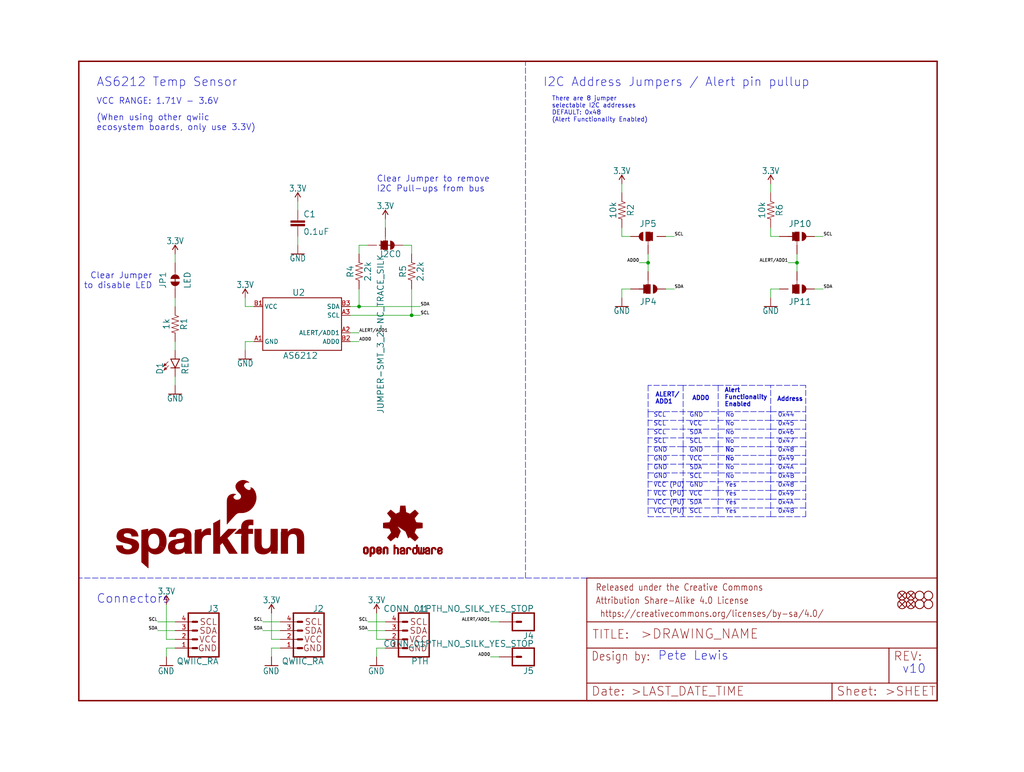
<source format=kicad_sch>
(kicad_sch (version 20211123) (generator eeschema)
  (paper "User" 297.002 223.926)
  (lib_symbols
    (symbol "eagleSchem-eagle-import:0.1UF-0603-25V-(+80{slash}-20%)"
      (property "Reference" "C" (at 1.524 2.921 0))
      (property "Value" "0.1UF-0603-25V-(+80{slash}-20%)" (at 1.524 -2.159 0))
      (symbol "0.1UF-0603-25V-(+80{slash}-20%)_1_0"
        (pin passive line (at 0 5.08 270) (length 2.54) (name "1") (number "1"))
        (pin passive line (at 0 -2.54 90) (length 2.54) (name "2") (number "2"))
      )
    )
    (symbol "eagleSchem-eagle-import:10KOHM-0603-1{slash}10W-1%"
      (property "Reference" "R" (at 0 1.524 0))
      (property "Value" "10KOHM-0603-1{slash}10W-1%" (at 0 -1.524 0))
      (symbol "10KOHM-0603-1{slash}10W-1%_1_0"
        (pin passive line (at -5.08 0 0) (length 2.54) (name "1") (number "1"))
        (pin passive line (at 5.08 0 180) (length 2.54) (name "2") (number "2"))
      )
    )
    (symbol "eagleSchem-eagle-import:1KOHM-0603-1{slash}10W-1%"
      (property "Reference" "R" (at 0 1.524 0))
      (property "Value" "1KOHM-0603-1{slash}10W-1%" (at 0 -1.524 0))
      (symbol "1KOHM-0603-1{slash}10W-1%_1_0"
        (pin passive line (at -5.08 0 0) (length 2.54) (name "1") (number "1"))
        (pin passive line (at 5.08 0 180) (length 2.54) (name "2") (number "2"))
      )
    )
    (symbol "eagleSchem-eagle-import:2.2KOHM-0603-1{slash}10W-1%"
      (property "Reference" "R" (at 0 1.524 0))
      (property "Value" "2.2KOHM-0603-1{slash}10W-1%" (at 0 -1.524 0))
      (symbol "2.2KOHM-0603-1{slash}10W-1%_1_0"
        (pin passive line (at -5.08 0 0) (length 2.54) (name "1") (number "1"))
        (pin passive line (at 5.08 0 180) (length 2.54) (name "2") (number "2"))
      )
    )
    (symbol "eagleSchem-eagle-import:3.3V" (power)
      (property "Value" "3.3V" (at 0 2.794 0))
      (symbol "3.3V_1_0"
        (pin power_in line (at 0 0 90) (length 2.54) (name "3.3V") (number "1"))
      )
    )
    (symbol "eagleSchem-eagle-import:AS6212WLCSP"
      (property "Reference" "U" (at 0.254 8.128 0))
      (property "Value" "AS6212WLCSP" (at 0.762 -8.128 0))
      (symbol "AS6212WLCSP_1_0"
        (pin bidirectional line (at -12.7 -5.08 0) (length 2.54) (name "GND") (number "A1"))
        (pin bidirectional line (at 15.24 -2.54 180) (length 2.54) (name "ALERT/ADD1") (number "A2"))
        (pin bidirectional line (at 15.24 2.54 180) (length 2.54) (name "SCL") (number "A3"))
        (pin bidirectional line (at -12.7 5.08 0) (length 2.54) (name "VCC") (number "B1"))
        (pin bidirectional line (at 15.24 -5.08 180) (length 2.54) (name "ADD0") (number "B2"))
        (pin bidirectional line (at 15.24 5.08 180) (length 2.54) (name "SDA") (number "B3"))
      )
    )
    (symbol "eagleSchem-eagle-import:CONN_01PTH_NO_SILK_YES_STOP"
      (property "Reference" "J" (at -2.54 3.048 0))
      (property "Value" "CONN_01PTH_NO_SILK_YES_STOP" (at -2.54 -4.826 0))
      (symbol "CONN_01PTH_NO_SILK_YES_STOP_1_0"
        (pin passive line (at 7.62 0 180) (length 5.08) (name "1") (number "1"))
      )
    )
    (symbol "eagleSchem-eagle-import:FIDUCIALUFIDUCIAL")
    (symbol "eagleSchem-eagle-import:FRAME-LETTER"
      (symbol "FRAME-LETTER_2_0"
        (text " https://creativecommons.org/licenses/by-sa/4.0/" (at 2.54 24.13 0) (effects (font (size 1.9304 1.6408)) (justify left bottom)))
        (text ">DRAWING_NAME" (at 15.494 17.78 0) (effects (font (size 2.7432 2.7432)) (justify left bottom)))
        (text ">LAST_DATE_TIME" (at 12.7 1.27 0) (effects (font (size 2.54 2.54)) (justify left bottom)))
        (text ">SHEET" (at 86.36 1.27 0) (effects (font (size 2.54 2.54)) (justify left bottom)))
        (text "Attribution Share-Alike 4.0 License" (at 2.54 27.94 0) (effects (font (size 1.9304 1.6408)) (justify left bottom)))
        (text "Date:" (at 1.27 1.27 0) (effects (font (size 2.54 2.54)) (justify left bottom)))
        (text "Design by:" (at 1.27 11.43 0) (effects (font (size 2.54 2.159)) (justify left bottom)))
        (text "Released under the Creative Commons" (at 2.54 31.75 0) (effects (font (size 1.9304 1.6408)) (justify left bottom)))
        (text "REV:" (at 88.9 11.43 0) (effects (font (size 2.54 2.54)) (justify left bottom)))
        (text "Sheet:" (at 72.39 1.27 0) (effects (font (size 2.54 2.54)) (justify left bottom)))
        (text "TITLE:" (at 1.524 17.78 0) (effects (font (size 2.54 2.54)) (justify left bottom)))
      )
    )
    (symbol "eagleSchem-eagle-import:GND" (power)
      (property "Value" "GND" (at 0 -0.254 0))
      (symbol "GND_1_0"
        (pin power_in line (at 0 2.54 270) (length 2.54) (name "GND") (number "1"))
      )
    )
    (symbol "eagleSchem-eagle-import:I2C_STANDARD_NO_SILK"
      (property "Reference" "J" (at -5.08 7.874 0))
      (property "Value" "I2C_STANDARD_NO_SILK" (at -5.08 -5.334 0))
      (symbol "I2C_STANDARD_NO_SILK_1_0"
        (text "GND" (at -4.572 -2.54 0) (effects (font (size 1.778 1.778)) (justify left)))
        (text "SCL" (at -4.572 5.08 0) (effects (font (size 1.778 1.778)) (justify left)))
        (text "SDA" (at -4.572 2.54 0) (effects (font (size 1.778 1.778)) (justify left)))
        (text "VCC" (at -4.572 0 0) (effects (font (size 1.778 1.778)) (justify left)))
        (pin power_in line (at 7.62 -2.54 180) (length 5.08) (name "1") (number "1"))
        (pin power_in line (at 7.62 0 180) (length 5.08) (name "2") (number "2"))
        (pin passive line (at 7.62 2.54 180) (length 5.08) (name "3") (number "3"))
        (pin passive line (at 7.62 5.08 180) (length 5.08) (name "4") (number "4"))
      )
    )
    (symbol "eagleSchem-eagle-import:JUMPER-SMT_2_NC_TRACE_SILK"
      (property "Reference" "JP" (at -2.54 2.54 0))
      (property "Value" "JUMPER-SMT_2_NC_TRACE_SILK" (at -2.54 -2.54 0))
      (symbol "JUMPER-SMT_2_NC_TRACE_SILK_1_0"
        (pin passive line (at -5.08 0 0) (length 2.54) (name "1") (number "1"))
        (pin passive line (at 5.08 0 180) (length 2.54) (name "2") (number "2"))
      )
    )
    (symbol "eagleSchem-eagle-import:JUMPER-SMT_3_1-NC_TRACE_NO-SILK"
      (property "Reference" "JP" (at 2.54 0.381 0))
      (property "Value" "JUMPER-SMT_3_1-NC_TRACE_NO-SILK" (at 2.54 -0.381 0))
      (symbol "JUMPER-SMT_3_1-NC_TRACE_NO-SILK_1_0"
        (pin passive line (at 0 5.08 270) (length 2.54) (name "1") (number "1"))
        (pin passive line (at -5.08 0 0) (length 2.54) (name "2") (number "2"))
        (pin passive line (at 0 -5.08 90) (length 2.54) (name "3") (number "3"))
      )
    )
    (symbol "eagleSchem-eagle-import:JUMPER-SMT_3_2-NC_TRACE_SILK"
      (property "Reference" "JP" (at 2.54 0.381 0))
      (property "Value" "JUMPER-SMT_3_2-NC_TRACE_SILK" (at 2.54 -0.381 0))
      (symbol "JUMPER-SMT_3_2-NC_TRACE_SILK_1_0"
        (pin passive line (at 0 5.08 270) (length 2.54) (name "1") (number "1"))
        (pin passive line (at -5.08 0 0) (length 2.54) (name "2") (number "2"))
        (pin passive line (at 0 -5.08 90) (length 2.54) (name "3") (number "3"))
      )
    )
    (symbol "eagleSchem-eagle-import:JUMPER-SMT_3_NO_NO_SILK"
      (property "Reference" "JP" (at 2.54 0.381 0))
      (property "Value" "JUMPER-SMT_3_NO_NO_SILK" (at 2.54 -0.381 0))
      (symbol "JUMPER-SMT_3_NO_NO_SILK_1_0"
        (pin passive line (at 0 5.08 270) (length 2.54) (name "1") (number "1"))
        (pin passive line (at -5.08 0 0) (length 2.54) (name "2") (number "2"))
        (pin passive line (at 0 -5.08 90) (length 2.54) (name "3") (number "3"))
      )
    )
    (symbol "eagleSchem-eagle-import:LED-RED0603"
      (property "Reference" "D" (at -3.429 -4.572 90))
      (property "Value" "LED-RED0603" (at 1.905 -4.572 90))
      (symbol "LED-RED0603_1_0"
        (pin passive line (at 0 2.54 270) (length 2.54) (name "A") (number "A"))
        (pin passive line (at 0 -5.08 90) (length 2.54) (name "C") (number "C"))
      )
    )
    (symbol "eagleSchem-eagle-import:OSHW-LOGOMINI")
    (symbol "eagleSchem-eagle-import:QWIIC_CONNECTORJS-1MM"
      (property "Reference" "J" (at -5.08 7.874 0))
      (property "Value" "QWIIC_CONNECTORJS-1MM" (at -5.08 -5.334 0))
      (symbol "QWIIC_CONNECTORJS-1MM_1_0"
        (text "GND" (at -4.572 -2.54 0) (effects (font (size 1.778 1.778)) (justify left)))
        (text "SCL" (at -4.572 5.08 0) (effects (font (size 1.778 1.778)) (justify left)))
        (text "SDA" (at -4.572 2.54 0) (effects (font (size 1.778 1.778)) (justify left)))
        (text "VCC" (at -4.572 0 0) (effects (font (size 1.778 1.778)) (justify left)))
        (pin power_in line (at 7.62 -2.54 180) (length 5.08) (name "1") (number "1"))
        (pin power_in line (at 7.62 0 180) (length 5.08) (name "2") (number "2"))
        (pin passive line (at 7.62 2.54 180) (length 5.08) (name "3") (number "3"))
        (pin passive line (at 7.62 5.08 180) (length 5.08) (name "4") (number "4"))
      )
    )
    (symbol "eagleSchem-eagle-import:SFE_LOGO_NAME_FLAME.1_INCH")
    (symbol "eagleSchem-eagle-import:STAND-OFF")
  )
  (junction (at 231.14 76.2))
  (junction (at 187.96 76.2))
  (junction (at 119.38 91.44))
  (junction (at 104.14 88.9))
  (polyline (pts (xy 208.28 144.78) (xy 223.52 144.78)))
  (wire (pts (xy 104.14 88.9) (xy 101.6 88.9)))
  (polyline (pts (xy 208.28 111.76) (xy 198.12 111.76)))
  (polyline (pts (xy 187.96 147.32) (xy 187.96 149.86)))
  (polyline (pts (xy 223.52 124.46) (xy 223.52 121.92)))
  (wire (pts (xy 111.76 180.34) (xy 106.68 180.34)))
  (polyline (pts (xy 198.12 111.76) (xy 198.12 129.54)))
  (polyline (pts (xy 223.52 139.7) (xy 223.52 137.16)))
  (polyline (pts (xy 198.12 129.54) (xy 198.12 142.24)))
  (wire (pts (xy 101.6 99.06) (xy 104.14 99.06)))
  (wire (pts (xy 78.74 190.5) (xy 78.74 187.96)))
  (wire (pts (xy 50.8 99.06) (xy 50.8 101.6)))
  (wire (pts (xy 78.74 177.8) (xy 78.74 185.42)))
  (wire (pts (xy 45.72 180.34) (xy 50.8 180.34)))
  (polyline (pts (xy 187.96 134.62) (xy 187.96 137.16)))
  (wire (pts (xy 111.76 66.04) (xy 111.76 63.5)))
  (polyline (pts (xy 233.68 124.46) (xy 233.68 121.92)))
  (polyline (pts (xy 223.52 137.16) (xy 223.52 134.62)))
  (wire (pts (xy 193.04 68.58) (xy 195.58 68.58)))
  (polyline (pts (xy 187.96 137.16) (xy 223.52 137.16)))
  (wire (pts (xy 48.26 187.96) (xy 50.8 187.96)))
  (polyline (pts (xy 233.68 129.54) (xy 233.68 127)))
  (polyline (pts (xy 223.52 147.32) (xy 223.52 144.78)))
  (polyline (pts (xy 187.96 129.54) (xy 187.96 132.08)))
  (polyline (pts (xy 223.52 139.7) (xy 187.96 139.7)))
  (wire (pts (xy 109.22 185.42) (xy 111.76 185.42)))
  (polyline (pts (xy 223.52 127) (xy 187.96 127)))
  (polyline (pts (xy 223.52 121.92) (xy 223.52 119.38)))
  (polyline (pts (xy 233.68 147.32) (xy 223.52 147.32)))
  (polyline (pts (xy 187.96 121.92) (xy 187.96 124.46)))
  (wire (pts (xy 50.8 182.88) (xy 45.72 182.88)))
  (wire (pts (xy 109.22 187.96) (xy 111.76 187.96)))
  (wire (pts (xy 48.26 175.26) (xy 48.26 185.42)))
  (polyline (pts (xy 223.52 124.46) (xy 233.68 124.46)))
  (polyline (pts (xy 223.52 137.16) (xy 233.68 137.16)))
  (polyline (pts (xy 187.96 149.86) (xy 223.52 149.86)))
  (polyline (pts (xy 233.68 127) (xy 223.52 127)))
  (polyline (pts (xy 208.28 144.78) (xy 208.28 147.32)))
  (polyline (pts (xy 233.68 129.54) (xy 223.52 129.54)))
  (polyline (pts (xy 233.68 147.32) (xy 233.68 144.78)))
  (wire (pts (xy 48.26 190.5) (xy 48.26 187.96)))
  (polyline (pts (xy 223.52 142.24) (xy 223.52 139.7)))
  (polyline (pts (xy 198.12 142.24) (xy 198.12 149.86)))
  (polyline (pts (xy 208.28 129.54) (xy 198.12 129.54)))
  (polyline (pts (xy 223.52 132.08) (xy 223.52 129.54)))
  (wire (pts (xy 144.78 190.5) (xy 142.24 190.5)))
  (polyline (pts (xy 187.96 139.7) (xy 187.96 142.24)))
  (wire (pts (xy 78.74 187.96) (xy 81.28 187.96)))
  (polyline (pts (xy 223.52 144.78) (xy 233.68 144.78)))
  (polyline (pts (xy 233.68 134.62) (xy 223.52 134.62)))
  (wire (pts (xy 182.88 83.82) (xy 180.34 83.82)))
  (wire (pts (xy 223.52 83.82) (xy 223.52 86.36)))
  (polyline (pts (xy 233.68 119.38) (xy 233.68 111.76)))
  (wire (pts (xy 144.78 180.34) (xy 142.24 180.34)))
  (wire (pts (xy 231.14 78.74) (xy 231.14 76.2)))
  (polyline (pts (xy 233.68 139.7) (xy 223.52 139.7)))
  (polyline (pts (xy 223.52 132.08) (xy 233.68 132.08)))
  (wire (pts (xy 119.38 73.66) (xy 119.38 71.12)))
  (wire (pts (xy 106.68 182.88) (xy 111.76 182.88)))
  (polyline (pts (xy 223.52 134.62) (xy 223.52 132.08)))
  (polyline (pts (xy 223.52 129.54) (xy 223.52 127)))
  (wire (pts (xy 180.34 83.82) (xy 180.34 86.36)))
  (polyline (pts (xy 187.96 132.08) (xy 187.96 134.62)))
  (polyline (pts (xy 187.96 144.78) (xy 187.96 147.32)))
  (polyline (pts (xy 233.68 144.78) (xy 233.68 142.24)))
  (polyline (pts (xy 208.28 142.24) (xy 198.12 142.24)))
  (wire (pts (xy 109.22 177.8) (xy 109.22 185.42)))
  (polyline (pts (xy 223.52 127) (xy 223.52 124.46)))
  (polyline (pts (xy 187.96 124.46) (xy 187.96 127)))
  (polyline (pts (xy 208.28 147.32) (xy 208.28 149.86)))
  (wire (pts (xy 48.26 185.42) (xy 50.8 185.42)))
  (wire (pts (xy 119.38 91.44) (xy 101.6 91.44)))
  (polyline (pts (xy 187.96 132.08) (xy 223.52 132.08)))
  (wire (pts (xy 193.04 83.82) (xy 195.58 83.82)))
  (polyline (pts (xy 233.68 121.92) (xy 223.52 121.92)))
  (wire (pts (xy 236.22 83.82) (xy 238.76 83.82)))
  (polyline (pts (xy 223.52 111.76) (xy 208.28 111.76)))
  (polyline (pts (xy 223.52 142.24) (xy 233.68 142.24)))
  (wire (pts (xy 71.12 101.6) (xy 71.12 99.06)))
  (wire (pts (xy 231.14 76.2) (xy 228.6 76.2)))
  (wire (pts (xy 76.2 180.34) (xy 81.28 180.34)))
  (wire (pts (xy 78.74 185.42) (xy 81.28 185.42)))
  (wire (pts (xy 223.52 53.34) (xy 223.52 55.88)))
  (polyline (pts (xy 233.68 132.08) (xy 233.68 129.54)))
  (polyline (pts (xy 187.96 124.46) (xy 223.52 124.46)))
  (wire (pts (xy 119.38 91.44) (xy 119.38 83.82)))
  (wire (pts (xy 86.36 68.58) (xy 86.36 71.12)))
  (wire (pts (xy 121.92 91.44) (xy 119.38 91.44)))
  (polyline (pts (xy 233.68 134.62) (xy 233.68 132.08)))
  (polyline (pts (xy 198.12 129.54) (xy 187.96 129.54)))
  (polyline (pts (xy 152.4 167.64) (xy 152.4 17.78)))
  (polyline (pts (xy 187.96 142.24) (xy 187.96 144.78)))
  (wire (pts (xy 71.12 88.9) (xy 73.66 88.9)))
  (wire (pts (xy 86.36 60.96) (xy 86.36 58.42)))
  (polyline (pts (xy 208.28 129.54) (xy 208.28 142.24)))
  (polyline (pts (xy 208.28 142.24) (xy 223.52 142.24)))
  (polyline (pts (xy 223.52 144.78) (xy 223.52 142.24)))
  (polyline (pts (xy 208.28 147.32) (xy 187.96 147.32)))
  (wire (pts (xy 50.8 86.36) (xy 50.8 88.9)))
  (polyline (pts (xy 233.68 111.76) (xy 223.52 111.76)))
  (wire (pts (xy 50.8 109.22) (xy 50.8 111.76)))
  (wire (pts (xy 187.96 76.2) (xy 187.96 78.74)))
  (polyline (pts (xy 198.12 111.76) (xy 187.96 111.76)))
  (wire (pts (xy 50.8 73.66) (xy 50.8 76.2)))
  (polyline (pts (xy 223.52 134.62) (xy 187.96 134.62)))
  (polyline (pts (xy 223.52 149.86) (xy 233.68 149.86)))
  (wire (pts (xy 71.12 99.06) (xy 73.66 99.06)))
  (polyline (pts (xy 170.18 167.64) (xy 22.86 167.64)))
  (wire (pts (xy 71.12 86.36) (xy 71.12 88.9)))
  (wire (pts (xy 104.14 73.66) (xy 104.14 71.12)))
  (wire (pts (xy 180.34 53.34) (xy 180.34 55.88)))
  (polyline (pts (xy 233.68 149.86) (xy 233.68 147.32)))
  (wire (pts (xy 104.14 88.9) (xy 104.14 83.82)))
  (polyline (pts (xy 187.96 137.16) (xy 187.96 139.7)))
  (polyline (pts (xy 223.52 121.92) (xy 187.96 121.92)))
  (polyline (pts (xy 223.52 119.38) (xy 223.52 111.76)))
  (polyline (pts (xy 198.12 142.24) (xy 187.96 142.24)))
  (polyline (pts (xy 187.96 111.76) (xy 187.96 119.38)))
  (polyline (pts (xy 208.28 111.76) (xy 208.28 129.54)))
  (wire (pts (xy 187.96 73.66) (xy 187.96 76.2)))
  (polyline (pts (xy 223.52 149.86) (xy 223.52 147.32)))
  (polyline (pts (xy 233.68 127) (xy 233.68 124.46)))
  (wire (pts (xy 226.06 68.58) (xy 223.52 68.58)))
  (wire (pts (xy 104.14 71.12) (xy 106.68 71.12)))
  (wire (pts (xy 226.06 83.82) (xy 223.52 83.82)))
  (polyline (pts (xy 187.96 127) (xy 187.96 129.54)))
  (polyline (pts (xy 223.52 119.38) (xy 233.68 119.38)))
  (wire (pts (xy 121.92 88.9) (xy 104.14 88.9)))
  (wire (pts (xy 180.34 68.58) (xy 180.34 66.04)))
  (polyline (pts (xy 233.68 121.92) (xy 233.68 119.38)))
  (polyline (pts (xy 233.68 137.16) (xy 233.68 134.62)))
  (wire (pts (xy 231.14 76.2) (xy 231.14 73.66)))
  (wire (pts (xy 182.88 68.58) (xy 180.34 68.58)))
  (wire (pts (xy 101.6 96.52) (xy 104.14 96.52)))
  (polyline (pts (xy 233.68 139.7) (xy 233.68 137.16)))
  (wire (pts (xy 223.52 68.58) (xy 223.52 66.04)))
  (polyline (pts (xy 223.52 129.54) (xy 208.28 129.54)))
  (polyline (pts (xy 187.96 119.38) (xy 187.96 121.92)))
  (polyline (pts (xy 223.52 147.32) (xy 208.28 147.32)))
  (wire (pts (xy 116.84 71.12) (xy 119.38 71.12)))
  (polyline (pts (xy 187.96 119.38) (xy 223.52 119.38)))
  (polyline (pts (xy 233.68 142.24) (xy 233.68 139.7)))
  (polyline (pts (xy 208.28 142.24) (xy 208.28 144.78)))
  (wire (pts (xy 187.96 76.2) (xy 185.42 76.2)))
  (wire (pts (xy 76.2 182.88) (xy 81.28 182.88)))
  (polyline (pts (xy 187.96 144.78) (xy 208.28 144.78)))
  (wire (pts (xy 109.22 190.5) (xy 109.22 187.96)))
  (wire (pts (xy 236.22 68.58) (xy 238.76 68.58)))
  (text "GND" (at 199.898 141.478 180) (effects (font (size 1.27 1.27)) (justify left bottom)))
  (text "GND" (at 199.898 121.158 180) (effects (font (size 1.27 1.27)) (justify left bottom)))
  (text "SCL" (at 189.484 126.238 180) (effects (font (size 1.27 1.27)) (justify left bottom)))
  (text "Alert\nFunctionality\nEnabled" (at 210.058 118.11 180) (effects (font (size 1.27 1.27) (thickness 0.254) bold) (justify left bottom)))
  (text "0x49" (at 225.552 144.018 180) (effects (font (size 1.27 1.27)) (justify left bottom)))
  (text "Yes" (at 210.312 146.558 180) (effects (font (size 1.27 1.27)) (justify left bottom)))
  (text "0x4B" (at 225.552 149.098 180) (effects (font (size 1.27 1.27)) (justify left bottom)))
  (text "0x46" (at 225.552 126.238 180) (effects (font (size 1.27 1.27)) (justify left bottom)))
  (text "GND" (at 189.484 131.318 180) (effects (font (size 1.27 1.27)) (justify left bottom)))
  (text "Yes" (at 210.312 149.098 180) (effects (font (size 1.27 1.27)) (justify left bottom)))
  (text "Clear Jumper to remove\nI2C Pull-ups from bus" (at 109.22 55.88 180) (effects (font (size 1.778 1.778)) (justify left bottom)))
  (text "No" (at 210.312 123.698 180) (effects (font (size 1.27 1.27)) (justify left bottom)))
  (text "GND" (at 189.484 138.938 180) (effects (font (size 1.27 1.27)) (justify left bottom)))
  (text "There are 8 jumper\nselectable I2C addresses\nDEFAULT: 0x48\n(Alert Functionality Enabled)" (at 160.02 35.56 0) (effects (font (size 1.27 1.27)) (justify left bottom)))
  (text "No" (at 210.312 131.318 180) (effects (font (size 1.27 1.27)) (justify left bottom)))
  (text "VCC" (at 199.898 144.018 180) (effects (font (size 1.27 1.27)) (justify left bottom)))
  (text "No" (at 210.312 128.778 180) (effects (font (size 1.27 1.27)) (justify left bottom)))
  (text "(When using other qwiic\necosystem boards, only use 3.3V)" (at 27.94 38.1 0) (effects (font (size 1.778 1.778)) (justify left bottom)))
  (text "SCL" (at 199.898 138.938 180) (effects (font (size 1.27 1.27)) (justify left bottom)))
  (text "No" (at 210.312 126.238 180) (effects (font (size 1.27 1.27)) (justify left bottom)))
  (text "0x4A" (at 225.552 146.558 180) (effects (font (size 1.27 1.27)) (justify left bottom)))
  (text "SDA" (at 199.898 126.238 180) (effects (font (size 1.27 1.27)) (justify left bottom)))
  (text "SCL" (at 189.484 128.778 180) (effects (font (size 1.27 1.27)) (justify left bottom)))
  (text "0x45" (at 225.552 123.698 180) (effects (font (size 1.27 1.27)) (justify left bottom)))
  (text "GND" (at 189.484 136.398 180) (effects (font (size 1.27 1.27)) (justify left bottom)))
  (text "VCC" (at 199.898 133.858 180) (effects (font (size 1.27 1.27)) (justify left bottom)))
  (text "SCL" (at 199.898 128.778 180) (effects (font (size 1.27 1.27)) (justify left bottom)))
  (text "No" (at 210.312 133.858 180) (effects (font (size 1.27 1.27)) (justify left bottom)))
  (text "Connectors" (at 27.94 175.26 180) (effects (font (size 2.54 2.54)) (justify left bottom)))
  (text "VCC (PU)" (at 189.484 144.018 180) (effects (font (size 1.27 1.27)) (justify left bottom)))
  (text "No" (at 210.312 133.858 180) (effects (font (size 1.27 1.27)) (justify left bottom)))
  (text "VCC (PU)" (at 189.484 141.478 180) (effects (font (size 1.27 1.27)) (justify left bottom)))
  (text "0x47" (at 225.552 128.778 180) (effects (font (size 1.27 1.27)) (justify left bottom)))
  (text "SCL" (at 189.484 123.698 180) (effects (font (size 1.27 1.27)) (justify left bottom)))
  (text "SCL" (at 189.484 121.158 180) (effects (font (size 1.27 1.27)) (justify left bottom)))
  (text "AS6212 Temp Sensor" (at 27.94 25.4 180) (effects (font (size 2.54 2.54)) (justify left bottom)))
  (text "0x44" (at 225.552 121.158 180) (effects (font (size 1.27 1.27)) (justify left bottom)))
  (text "SCL" (at 199.898 149.098 180) (effects (font (size 1.27 1.27)) (justify left bottom)))
  (text "VCC" (at 199.898 123.698 180) (effects (font (size 1.27 1.27)) (justify left bottom)))
  (text "SDA" (at 199.898 146.558 180) (effects (font (size 1.27 1.27)) (justify left bottom)))
  (text "No" (at 210.312 121.158 180) (effects (font (size 1.27 1.27)) (justify left bottom)))
  (text "VCC RANGE: 1.71V - 3.6V" (at 27.94 30.48 180) (effects (font (size 1.778 1.778)) (justify left bottom)))
  (text "0x4B" (at 225.552 138.938 180) (effects (font (size 1.27 1.27)) (justify left bottom)))
  (text "GND" (at 189.484 133.858 180) (effects (font (size 1.27 1.27)) (justify left bottom)))
  (text "ADD0" (at 200.66 116.332 180) (effects (font (size 1.27 1.27) (thickness 0.254) bold) (justify left bottom)))
  (text "I2C Address Jumpers / Alert pin pullup" (at 157.48 25.4 180) (effects (font (size 2.54 2.54)) (justify left bottom)))
  (text "GND" (at 199.898 131.318 180) (effects (font (size 1.27 1.27)) (justify left bottom)))
  (text "0x48" (at 225.552 141.478 180) (effects (font (size 1.27 1.27)) (justify left bottom)))
  (text "Yes" (at 210.312 141.478 180) (effects (font (size 1.27 1.27)) (justify left bottom)))
  (text "Clear Jumper\nto disable LED" (at 44.196 78.994 180) (effects (font (size 1.778 1.778)) (justify right top)))
  (text "0x48" (at 225.552 131.318 180) (effects (font (size 1.27 1.27)) (justify left bottom)))
  (text "VCC (PU)" (at 189.484 146.558 180) (effects (font (size 1.27 1.27)) (justify left bottom)))
  (text "0x4A" (at 225.552 136.398 180) (effects (font (size 1.27 1.27)) (justify left bottom)))
  (text "0x49" (at 225.552 133.858 180) (effects (font (size 1.27 1.27)) (justify left bottom)))
  (text "Address" (at 225.298 116.586 180) (effects (font (size 1.27 1.27) (thickness 0.254) bold) (justify left bottom)))
  (text "ALERT/\nADD1" (at 189.992 117.348 180) (effects (font (size 1.27 1.27) (thickness 0.254) bold) (justify left bottom)))
  (text "No" (at 210.312 136.398 180) (effects (font (size 1.27 1.27)) (justify left bottom)))
  (text "SDA" (at 199.898 136.398 180) (effects (font (size 1.27 1.27)) (justify left bottom)))
  (text "Pete Lewis" (at 190.754 191.77 180) (effects (font (size 2.54 2.54)) (justify left bottom)))
  (text "v10" (at 261.62 195.58 180) (effects (font (size 2.54 2.54)) (justify left bottom)))
  (text "No" (at 210.312 138.938 180) (effects (font (size 1.27 1.27)) (justify left bottom)))
  (text "No" (at 210.312 131.318 180) (effects (font (size 1.27 1.27)) (justify left bottom)))
  (text "VCC (PU)" (at 189.484 149.098 180) (effects (font (size 1.27 1.27)) (justify left bottom)))
  (text "Yes" (at 210.312 144.018 180) (effects (font (size 1.27 1.27)) (justify left bottom)))
  (label "SCL" (at 45.72 180.34 180) (effects (font (size 0.889 0.889))))
  (label "SDA" (at 106.68 182.88 180) (effects (font (size 0.889 0.889))))
  (label "SCL" (at 238.76 68.58 0) (effects (font (size 0.889 0.889))))
  (label "ALERT/ADD1" (at 228.6 76.2 180) (effects (font (size 0.889 0.889))))
  (label "ALERT/ADD1" (at 104.14 96.52 0) (effects (font (size 0.889 0.889))))
  (label "SCL" (at 106.68 180.34 180) (effects (font (size 0.889 0.889))))
  (label "ADD0" (at 142.24 190.5 180) (effects (font (size 0.889 0.889))))
  (label "ADD0" (at 104.14 99.06 0) (effects (font (size 0.889 0.889))))
  (label "SDA" (at 121.92 88.9 0) (effects (font (size 0.889 0.889))))
  (label "SCL" (at 195.58 68.58 0) (effects (font (size 0.889 0.889))))
  (label "SDA" (at 195.58 83.82 0) (effects (font (size 0.889 0.889))))
  (label "SDA" (at 238.76 83.82 0) (effects (font (size 0.889 0.889))))
  (label "ALERT/ADD1" (at 142.24 180.34 180) (effects (font (size 0.889 0.889))))
  (label "SCL" (at 76.2 180.34 180) (effects (font (size 0.889 0.889))))
  (label "ADD0" (at 185.42 76.2 180) (effects (font (size 0.889 0.889))))
  (label "SCL" (at 121.92 91.44 0) (effects (font (size 0.889 0.889))))
  (label "SDA" (at 45.72 182.88 180) (effects (font (size 0.889 0.889))))
  (label "SDA" (at 76.2 182.88 180) (effects (font (size 0.889 0.889))))
  (symbol (lib_id "eagleSchem-eagle-import:STAND-OFF") (at 266.7 172.72 0) (unit 1)
    (property "Reference" "JP2" (effects hide))
    (property "Value" "STAND-OFF" (effects hide))
    (property "Footprint" "eagleSchem:STAND-OFF" (effects hide))
  )
  (symbol (lib_id "eagleSchem-eagle-import:FIDUCIALUFIDUCIAL") (at 261.62 175.26 0) (unit 1)
    (property "Reference" "FD3" (effects hide))
    (property "Value" "FIDUCIALUFIDUCIAL" (effects hide))
    (property "Footprint" "eagleSchem:FIDUCIAL-MICRO" (effects hide))
  )
  (symbol (lib_id "eagleSchem-eagle-import:CONN_01PTH_NO_SILK_YES_STOP") (at 152.4 180.34 180) (unit 1)
    (property "Reference" "J4" (at 154.94 183.388 0) (effects (font (size 1.778 1.778)) (justify left bottom)))
    (property "Value" "CONN_01PTH_NO_SILK_YES_STOP" (at 154.94 175.514 0) (effects (font (size 1.778 1.778)) (justify left bottom)))
    (property "Footprint" "eagleSchem:1X01_NO_SILK" (effects hide))
  )
  (symbol (lib_id "eagleSchem-eagle-import:3.3V") (at 223.52 53.34 0) (unit 1)
    (property "Reference" "#SUPPLY2" (effects hide))
    (property "Value" "3.3V" (at 223.52 50.546 0) (effects (font (size 1.778 1.5113)) (justify bottom)))
    (property "Footprint" "eagleSchem:" (effects hide))
  )
  (symbol (lib_id "eagleSchem-eagle-import:QWIIC_CONNECTORJS-1MM") (at 58.42 185.42 0) (mirror y) (unit 1)
    (property "Reference" "J3" (at 63.5 177.546 0) (effects (font (size 1.778 1.778)) (justify left bottom)))
    (property "Value" "QWIIC_RA" (at 63.5 190.754 0) (effects (font (size 1.778 1.778)) (justify left top)))
    (property "Footprint" "eagleSchem:JST04_1MM_RA" (effects hide))
  )
  (symbol (lib_id "eagleSchem-eagle-import:JUMPER-SMT_3_NO_NO_SILK") (at 231.14 83.82 270) (unit 1)
    (property "Reference" "JP11" (at 228.6 88.519 90) (effects (font (size 1.778 1.778)) (justify left bottom)))
    (property "Value" "JUMPER-SMT_3_NO_NO_SILK" (effects hide))
    (property "Footprint" "eagleSchem:SMT-JUMPER_3_0-NO_TRACE_NO-SILK" (effects hide))
  )
  (symbol (lib_id "eagleSchem-eagle-import:FIDUCIALUFIDUCIAL") (at 264.16 172.72 0) (unit 1)
    (property "Reference" "FD2" (effects hide))
    (property "Value" "FIDUCIALUFIDUCIAL" (effects hide))
    (property "Footprint" "eagleSchem:FIDUCIAL-MICRO" (effects hide))
  )
  (symbol (lib_id "eagleSchem-eagle-import:JUMPER-SMT_3_2-NC_TRACE_SILK") (at 111.76 71.12 270) (unit 1)
    (property "Reference" "I2C0" (at 110.109 74.676 90) (effects (font (size 1.778 1.778)) (justify left bottom)))
    (property "Value" "JUMPER-SMT_3_2-NC_TRACE_SILK" (at 111.379 73.66 0) (effects (font (size 1.778 1.778)) (justify left top)))
    (property "Footprint" "eagleSchem:SMT-JUMPER_3_2-NC_TRACE_SILK" (effects hide))
  )
  (symbol (lib_id "eagleSchem-eagle-import:FIDUCIALUFIDUCIAL") (at 264.16 175.26 0) (unit 1)
    (property "Reference" "FD4" (effects hide))
    (property "Value" "FIDUCIALUFIDUCIAL" (effects hide))
    (property "Footprint" "eagleSchem:FIDUCIAL-MICRO" (effects hide))
  )
  (symbol (lib_id "eagleSchem-eagle-import:3.3V") (at 180.34 53.34 0) (unit 1)
    (property "Reference" "#SUPPLY10" (effects hide))
    (property "Value" "3.3V" (at 180.34 50.546 0) (effects (font (size 1.778 1.5113)) (justify bottom)))
    (property "Footprint" "eagleSchem:" (effects hide))
  )
  (symbol (lib_id "eagleSchem-eagle-import:OSHW-LOGOMINI") (at 116.84 152.4 0) (unit 1)
    (property "Reference" "LOGO1" (effects hide))
    (property "Value" "OSHW-LOGOMINI" (effects hide))
    (property "Footprint" "eagleSchem:OSHW-LOGO-MINI" (effects hide))
  )
  (symbol (lib_id "eagleSchem-eagle-import:GND") (at 71.12 104.14 0) (unit 1)
    (property "Reference" "#GND2" (effects hide))
    (property "Value" "GND" (at 71.12 104.394 0) (effects (font (size 1.778 1.5113)) (justify top)))
    (property "Footprint" "eagleSchem:" (effects hide))
  )
  (symbol (lib_id "eagleSchem-eagle-import:1KOHM-0603-1{slash}10W-1%") (at 50.8 93.98 270) (unit 1)
    (property "Reference" "R1" (at 52.324 93.98 0) (effects (font (size 1.778 1.778)) (justify bottom)))
    (property "Value" "1k" (at 49.276 93.98 0) (effects (font (size 1.778 1.778)) (justify top)))
    (property "Footprint" "eagleSchem:0603" (effects hide))
  )
  (symbol (lib_id "eagleSchem-eagle-import:2.2KOHM-0603-1{slash}10W-1%") (at 104.14 78.74 90) (unit 1)
    (property "Reference" "R4" (at 102.616 78.74 0) (effects (font (size 1.778 1.778)) (justify bottom)))
    (property "Value" "2.2k" (at 105.664 78.74 0) (effects (font (size 1.778 1.778)) (justify top)))
    (property "Footprint" "eagleSchem:0603" (effects hide))
  )
  (symbol (lib_id "eagleSchem-eagle-import:JUMPER-SMT_3_1-NC_TRACE_NO-SILK") (at 187.96 83.82 270) (unit 1)
    (property "Reference" "JP4" (at 185.42 88.519 90) (effects (font (size 1.778 1.778)) (justify left bottom)))
    (property "Value" "JUMPER-SMT_3_1-NC_TRACE_NO-SILK" (effects hide))
    (property "Footprint" "eagleSchem:SMT-JUMPER_3_1-NC_TRACE_NO-SILK" (effects hide))
  )
  (symbol (lib_id "eagleSchem-eagle-import:10KOHM-0603-1{slash}10W-1%") (at 223.52 60.96 270) (unit 1)
    (property "Reference" "R6" (at 225.044 60.96 0) (effects (font (size 1.778 1.778)) (justify bottom)))
    (property "Value" "10k" (at 221.996 60.96 0) (effects (font (size 1.778 1.778)) (justify top)))
    (property "Footprint" "eagleSchem:0603" (effects hide))
  )
  (symbol (lib_id "eagleSchem-eagle-import:GND") (at 50.8 114.3 0) (unit 1)
    (property "Reference" "#GND1" (effects hide))
    (property "Value" "GND" (at 50.8 114.554 0) (effects (font (size 1.778 1.5113)) (justify top)))
    (property "Footprint" "eagleSchem:" (effects hide))
  )
  (symbol (lib_id "eagleSchem-eagle-import:QWIIC_CONNECTORJS-1MM") (at 88.9 185.42 0) (mirror y) (unit 1)
    (property "Reference" "J2" (at 93.98 177.546 0) (effects (font (size 1.778 1.778)) (justify left bottom)))
    (property "Value" "QWIIC_RA" (at 93.98 190.754 0) (effects (font (size 1.778 1.778)) (justify left top)))
    (property "Footprint" "eagleSchem:JST04_1MM_RA" (effects hide))
  )
  (symbol (lib_id "eagleSchem-eagle-import:CONN_01PTH_NO_SILK_YES_STOP") (at 152.4 190.5 180) (unit 1)
    (property "Reference" "J5" (at 154.94 193.548 0) (effects (font (size 1.778 1.778)) (justify left bottom)))
    (property "Value" "CONN_01PTH_NO_SILK_YES_STOP" (at 154.94 185.674 0) (effects (font (size 1.778 1.778)) (justify left bottom)))
    (property "Footprint" "eagleSchem:1X01_NO_SILK" (effects hide))
  )
  (symbol (lib_id "eagleSchem-eagle-import:GND") (at 109.22 193.04 0) (unit 1)
    (property "Reference" "#GND5" (effects hide))
    (property "Value" "GND" (at 106.68 195.58 0) (effects (font (size 1.778 1.5113)) (justify left bottom)))
    (property "Footprint" "eagleSchem:" (effects hide))
  )
  (symbol (lib_id "eagleSchem-eagle-import:FRAME-LETTER") (at 22.86 203.2 0) (unit 1)
    (property "Reference" "FRAME1" (effects hide))
    (property "Value" "FRAME-LETTER" (effects hide))
    (property "Footprint" "eagleSchem:CREATIVE_COMMONS" (effects hide))
  )
  (symbol (lib_id "eagleSchem-eagle-import:JUMPER-SMT_3_1-NC_TRACE_NO-SILK") (at 231.14 68.58 270) (mirror x) (unit 1)
    (property "Reference" "JP10" (at 228.6 63.881 90) (effects (font (size 1.778 1.778)) (justify left bottom)))
    (property "Value" "JUMPER-SMT_3_1-NC_TRACE_NO-SILK" (effects hide))
    (property "Footprint" "eagleSchem:SMT-JUMPER_3_1-NC_TRACE_NO-SILK" (effects hide))
  )
  (symbol (lib_id "eagleSchem-eagle-import:3.3V") (at 109.22 177.8 0) (unit 1)
    (property "Reference" "#SUPPLY3" (effects hide))
    (property "Value" "3.3V" (at 109.22 175.006 0) (effects (font (size 1.778 1.5113)) (justify bottom)))
    (property "Footprint" "eagleSchem:" (effects hide))
  )
  (symbol (lib_id "eagleSchem-eagle-import:2.2KOHM-0603-1{slash}10W-1%") (at 119.38 78.74 90) (unit 1)
    (property "Reference" "R5" (at 117.856 78.74 0) (effects (font (size 1.778 1.778)) (justify bottom)))
    (property "Value" "2.2k" (at 120.904 78.74 0) (effects (font (size 1.778 1.778)) (justify top)))
    (property "Footprint" "eagleSchem:0603" (effects hide))
  )
  (symbol (lib_id "eagleSchem-eagle-import:3.3V") (at 86.36 58.42 0) (unit 1)
    (property "Reference" "#SUPPLY5" (effects hide))
    (property "Value" "3.3V" (at 86.36 55.626 0) (effects (font (size 1.778 1.5113)) (justify bottom)))
    (property "Footprint" "eagleSchem:" (effects hide))
  )
  (symbol (lib_id "eagleSchem-eagle-import:FIDUCIALUFIDUCIAL") (at 261.62 172.72 0) (unit 1)
    (property "Reference" "FD1" (effects hide))
    (property "Value" "FIDUCIALUFIDUCIAL" (effects hide))
    (property "Footprint" "eagleSchem:FIDUCIAL-MICRO" (effects hide))
  )
  (symbol (lib_id "eagleSchem-eagle-import:STAND-OFF") (at 269.24 175.26 0) (unit 1)
    (property "Reference" "JP9" (effects hide))
    (property "Value" "STAND-OFF" (effects hide))
    (property "Footprint" "eagleSchem:STAND-OFF" (effects hide))
  )
  (symbol (lib_id "eagleSchem-eagle-import:JUMPER-SMT_2_NC_TRACE_SILK") (at 50.8 81.28 90) (unit 1)
    (property "Reference" "JP1" (at 48.26 83.82 0) (effects (font (size 1.778 1.778)) (justify left bottom)))
    (property "Value" "LED" (at 53.34 83.82 0) (effects (font (size 1.778 1.778)) (justify left top)))
    (property "Footprint" "eagleSchem:SMT-JUMPER_2_NC_TRACE_SILK" (effects hide))
  )
  (symbol (lib_id "eagleSchem-eagle-import:AS6212WLCSP") (at 86.36 93.98 0) (unit 1)
    (property "Reference" "U2" (at 86.614 85.852 0) (effects (font (size 1.778 1.778)) (justify bottom)))
    (property "Value" "AS6212" (at 87.122 102.108 0) (effects (font (size 1.778 1.778)) (justify top)))
    (property "Footprint" "eagleSchem:WLCSP" (effects hide))
  )
  (symbol (lib_id "eagleSchem-eagle-import:GND") (at 223.52 88.9 0) (unit 1)
    (property "Reference" "#GND3" (effects hide))
    (property "Value" "GND" (at 223.52 89.154 0) (effects (font (size 1.778 1.5113)) (justify top)))
    (property "Footprint" "eagleSchem:" (effects hide))
  )
  (symbol (lib_id "eagleSchem-eagle-import:3.3V") (at 111.76 63.5 0) (unit 1)
    (property "Reference" "#SUPPLY9" (effects hide))
    (property "Value" "3.3V" (at 111.76 60.706 0) (effects (font (size 1.778 1.5113)) (justify bottom)))
    (property "Footprint" "eagleSchem:" (effects hide))
  )
  (symbol (lib_id "eagleSchem-eagle-import:3.3V") (at 78.74 177.8 0) (unit 1)
    (property "Reference" "#SUPPLY7" (effects hide))
    (property "Value" "3.3V" (at 78.74 175.006 0) (effects (font (size 1.778 1.5113)) (justify bottom)))
    (property "Footprint" "eagleSchem:" (effects hide))
  )
  (symbol (lib_id "eagleSchem-eagle-import:FRAME-LETTER") (at 170.18 203.2 0) (unit 2)
    (property "Reference" "FRAME1" (effects hide))
    (property "Value" "FRAME-LETTER" (effects hide))
    (property "Footprint" "eagleSchem:CREATIVE_COMMONS" (effects hide))
  )
  (symbol (lib_id "eagleSchem-eagle-import:GND") (at 48.26 193.04 0) (unit 1)
    (property "Reference" "#GND6" (effects hide))
    (property "Value" "GND" (at 45.72 195.58 0) (effects (font (size 1.778 1.5113)) (justify left bottom)))
    (property "Footprint" "eagleSchem:" (effects hide))
  )
  (symbol (lib_id "eagleSchem-eagle-import:GND") (at 78.74 193.04 0) (unit 1)
    (property "Reference" "#GND7" (effects hide))
    (property "Value" "GND" (at 76.2 195.58 0) (effects (font (size 1.778 1.5113)) (justify left bottom)))
    (property "Footprint" "eagleSchem:" (effects hide))
  )
  (symbol (lib_id "eagleSchem-eagle-import:10KOHM-0603-1{slash}10W-1%") (at 180.34 60.96 270) (unit 1)
    (property "Reference" "R2" (at 181.864 60.96 0) (effects (font (size 1.778 1.778)) (justify bottom)))
    (property "Value" "10k" (at 178.816 60.96 0) (effects (font (size 1.778 1.778)) (justify top)))
    (property "Footprint" "eagleSchem:0603" (effects hide))
  )
  (symbol (lib_id "eagleSchem-eagle-import:I2C_STANDARD_NO_SILK") (at 119.38 185.42 0) (mirror y) (unit 1)
    (property "Reference" "J1" (at 124.46 177.546 0) (effects (font (size 1.778 1.778)) (justify left bottom)))
    (property "Value" "PTH" (at 124.46 190.754 0) (effects (font (size 1.778 1.778)) (justify left top)))
    (property "Footprint" "eagleSchem:1X04_NO_SILK" (effects hide))
  )
  (symbol (lib_id "eagleSchem-eagle-import:STAND-OFF") (at 269.24 172.72 0) (unit 1)
    (property "Reference" "JP8" (effects hide))
    (property "Value" "STAND-OFF" (effects hide))
    (property "Footprint" "eagleSchem:STAND-OFF" (effects hide))
  )
  (symbol (lib_id "eagleSchem-eagle-import:0.1UF-0603-25V-(+80{slash}-20%)") (at 86.36 66.04 0) (unit 1)
    (property "Reference" "C1" (at 87.884 63.119 0) (effects (font (size 1.778 1.778)) (justify left bottom)))
    (property "Value" "0.1uF" (at 87.884 68.199 0) (effects (font (size 1.778 1.778)) (justify left bottom)))
    (property "Footprint" "eagleSchem:0603" (effects hide))
  )
  (symbol (lib_id "eagleSchem-eagle-import:GND") (at 180.34 88.9 0) (unit 1)
    (property "Reference" "#GND8" (effects hide))
    (property "Value" "GND" (at 180.34 89.154 0) (effects (font (size 1.778 1.5113)) (justify top)))
    (property "Footprint" "eagleSchem:" (effects hide))
  )
  (symbol (lib_id "eagleSchem-eagle-import:3.3V") (at 71.12 86.36 0) (unit 1)
    (property "Reference" "#SUPPLY6" (effects hide))
    (property "Value" "3.3V" (at 71.12 83.566 0) (effects (font (size 1.778 1.5113)) (justify bottom)))
    (property "Footprint" "eagleSchem:" (effects hide))
  )
  (symbol (lib_id "eagleSchem-eagle-import:STAND-OFF") (at 266.7 175.26 0) (unit 1)
    (property "Reference" "JP3" (effects hide))
    (property "Value" "STAND-OFF" (effects hide))
    (property "Footprint" "eagleSchem:STAND-OFF" (effects hide))
  )
  (symbol (lib_id "eagleSchem-eagle-import:3.3V") (at 48.26 175.26 0) (unit 1)
    (property "Reference" "#SUPPLY4" (effects hide))
    (property "Value" "3.3V" (at 48.26 172.466 0) (effects (font (size 1.778 1.5113)) (justify bottom)))
    (property "Footprint" "eagleSchem:" (effects hide))
  )
  (symbol (lib_id "eagleSchem-eagle-import:3.3V") (at 50.8 73.66 0) (unit 1)
    (property "Reference" "#SUPPLY1" (effects hide))
    (property "Value" "3.3V" (at 50.8 70.866 0) (effects (font (size 1.778 1.5113)) (justify bottom)))
    (property "Footprint" "eagleSchem:" (effects hide))
  )
  (symbol (lib_id "eagleSchem-eagle-import:GND") (at 86.36 73.66 0) (unit 1)
    (property "Reference" "#GND4" (effects hide))
    (property "Value" "GND" (at 86.36 73.914 0) (effects (font (size 1.778 1.5113)) (justify top)))
    (property "Footprint" "eagleSchem:" (effects hide))
  )
  (symbol (lib_id "eagleSchem-eagle-import:JUMPER-SMT_3_NO_NO_SILK") (at 187.96 68.58 90) (unit 1)
    (property "Reference" "JP5" (at 190.5 63.881 90) (effects (font (size 1.778 1.778)) (justify left bottom)))
    (property "Value" "JUMPER-SMT_3_NO_NO_SILK" (effects hide))
    (property "Footprint" "eagleSchem:SMT-JUMPER_3_0-NO_TRACE_NO-SILK" (effects hide))
  )
  (symbol (lib_id "eagleSchem-eagle-import:SFE_LOGO_NAME_FLAME.1_INCH") (at 33.02 165.1 0) (unit 1)
    (property "Reference" "LOGO4" (effects hide))
    (property "Value" "SFE_LOGO_NAME_FLAME.1_INCH" (effects hide))
    (property "Footprint" "eagleSchem:SFE_LOGO_NAME_FLAME_.1" (effects hide))
  )
  (symbol (lib_id "eagleSchem-eagle-import:LED-RED0603") (at 50.8 104.14 0) (unit 1)
    (property "Reference" "D1" (at 47.371 108.712 90) (effects (font (size 1.778 1.778)) (justify left bottom)))
    (property "Value" "RED" (at 52.705 108.712 90) (effects (font (size 1.778 1.778)) (justify left top)))
    (property "Footprint" "eagleSchem:LED-0603" (effects hide))
  )
)
</source>
